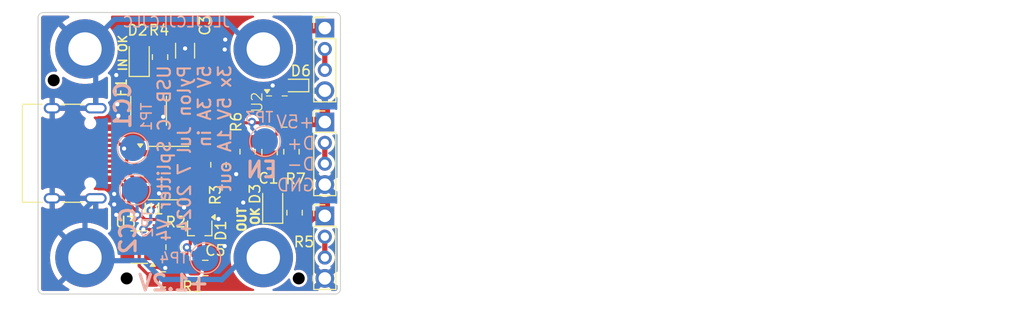
<source format=kicad_pcb>
(kicad_pcb (version 20240108) (generator "pcbnew") (generator_version "8.0")
  (layers (0 "F.Cu" signal) (31 "B.Cu" signal) (34 "B.Paste" user) (35 "F.Paste" user) (36 "B.SilkS" user "B.Silkscreen") (37 "F.SilkS" user "F.Silkscreen") (38 "B.Mask" user) (39 "F.Mask" user) (44 "Edge.Cuts" user))
  (net 0 "")
  (net 1 "GND")
  (net 2 "VBUS")
  (net 3 "+5V")
  (net 5 "CC1")
  (net 7 "CC2")
  (net 8 "+1V2")
  (net 9 "Net-(D2-A)")
  (net 10 "Net-(D3-A)")
  (net 11 "Net-(J3-Pin_2)")
  (net 12 "Net-(J4-Pin_2)")
  (net 13 "GNDPWR")
  (net 14 "Net-(J2-Pin_2)")
  (net 19 "Net-(U2-SENSE)")
  (net 20 "Net-(U2-Ilim)")
  (net 22 "V-UNFUSED")
  (net 24 "EN-OPEN-COL")
  (footprint "MountingHole:MountingHole_3.2mm_M3_ISO7380_Pad" (layer "F.Cu") (at 20.1 10)
    (property "Reference" "H4")
    (property "Value" "MountingHole_Pad")
    (pad "1" thru_hole circle (at 0 0) (size 5.7 5.7) (drill 3.2) (layers "*.Cu" "*.Mask") (net 13 "GNDPWR"))
  )
  (footprint "Fuse:Fuse_1812_4532Metric_Pad1.30x3.40mm_HandSolder" (layer "F.Cu") (at 9.1 -4.075 90)
    (property "Reference" "F1" (at 2.225 -2.6 -90) (layer "F.SilkS"))
    (property "Value" "1812L300MR")
    (fp_line (start -1.386252 -1.71) (end 1.386252 -1.71) (stroke (width 0.12)) (layer "F.SilkS"))
    (fp_line (start -1.386252 1.71) (end 1.386252 1.71) (stroke (width 0.12)) (layer "F.SilkS"))
    (pad "1" smd roundrect (at -2.225 0 90) (size 1.3 3.4) (layers "F.Cu" "F.Paste" "F.Mask") (roundrect_rratio 0.192308) (net 22 "V-UNFUSED"))
    (pad "2" smd roundrect (at 2.225 0 90) (size 1.3 3.4) (layers "F.Cu" "F.Paste" "F.Mask") (roundrect_rratio 0.192308) (net 2 "VBUS"))
  )
  (footprint "Package_TO_SOT_SMD:SOT-323_SC-70_Handsoldering" (layer "F.Cu") (at 14 7.17 -90)
    (property "Reference" "D1" (at 0.255 -2.025 90) (layer "F.SilkS"))
    (property "Value" "D_Zener")
    (fp_line (start -0.675 1.16) (end 0.735 1.16) (stroke (width 0.12)) (layer "F.SilkS"))
    (fp_line (start 0.735 0.5) (end 0.735 1.16) (stroke (width 0.12)) (layer "F.SilkS"))
    (fp_line (start -0.675 -1.17) (end 0.735 -1.17) (stroke (width 0.12)) (layer "F.SilkS"))
    (fp_line (start 0.735 -1.17) (end 0.735 -0.5) (stroke (width 0.12)) (layer "F.SilkS"))
    (fp_poly (pts (xy -1.045 -1.15) (xy -1.285 -1.48) (xy -0.805 -1.48) (xy -1.045 -1.15)) (stroke (width 0.12)) (fill solid) (layer "F.SilkS"))
    (pad "1" smd roundrect (at -1.33 -0.65 180) (size 0.45 1.5) (layers "F.Cu" "F.Paste" "F.Mask") (net 8 "+1V2"))
    (pad "2" smd roundrect (at -1.33 0.65 180) (size 0.45 1.5) (layers "F.Cu" "F.Paste" "F.Mask") (net 1 "GND"))
    (pad "3" smd roundrect (at 1.33 0 180) (size 0.45 1.5) (layers "F.Cu" "F.Paste" "F.Mask"))
  )
  (footprint "Resistor_SMD:R_0805_2012Metric_Pad1.20x1.40mm_HandSolder" (layer "F.Cu") (at 10.5 12.1)
    (property "Reference" "R1" (at 2.8 0.7 0) (layer "F.SilkS"))
    (property "Value" "5.1k")
    (fp_line (start -0.227064 -0.735) (end 0.227064 -0.735) (stroke (width 0.12)) (layer "F.SilkS"))
    (fp_line (start -0.227064 0.735) (end 0.227064 0.735) (stroke (width 0.12)) (layer "F.SilkS"))
    (pad "1" smd roundrect (at -1 0) (size 1.2 1.4) (layers "F.Cu" "F.Paste" "F.Mask") (roundrect_rratio 0.208333) (net 5 "CC1"))
    (pad "2" smd roundrect (at 1 0) (size 1.2 1.4) (layers "F.Cu" "F.Paste" "F.Mask") (roundrect_rratio 0.208333) (net 1 "GND"))
  )
  (footprint "Connector_PinHeader_2.00mm:PinHeader_1x04_P2.00mm_Vertical" (layer "F.Cu") (at 26 -3)
    (property "Reference" "J3")
    (property "Value" "Conn_01x04")
    (fp_line (start -1.06 -1.06) (end 0 -1.06) (stroke (width 0.12)) (layer "F.SilkS"))
    (fp_line (start -1.06 0) (end -1.06 -1.06) (stroke (width 0.12)) (layer "F.SilkS"))
    (fp_line (start -1.06 1) (end -1.06 7.06) (stroke (width 0.12)) (layer "F.SilkS"))
    (fp_line (start -1.06 1) (end 1.06 1) (stroke (width 0.12)) (layer "F.SilkS"))
    (fp_line (start -1.06 7.06) (end 1.06 7.06) (stroke (width 0.12)) (layer "F.SilkS"))
    (fp_line (start 1.06 1) (end 1.06 7.06) (stroke (width 0.12)) (layer "F.SilkS"))
    (pad "1" thru_hole rect (at 0 0) (size 1.8 1.8) (drill 1.2) (layers "*.Cu" "*.Mask") (net 3 "+5V"))
    (pad "2" thru_hole oval (at 0 2) (size 1.35 1.35) (drill 0.8) (layers "*.Cu" "*.Mask") (net 11 "Net-(J3-Pin_2)"))
    (pad "3" thru_hole oval (at 0 4) (size 1.35 1.35) (drill 0.8) (layers "*.Cu" "*.Mask") (net 11 "Net-(J3-Pin_2)"))
    (pad "4" thru_hole circle (at 0 6) (size 1.8 1.8) (drill 1.2) (layers "*.Cu" "*.Mask") (net 1 "GND"))
  )
  (footprint "MountingHole:MountingHole_3.2mm_M3_ISO7380_Pad" (layer "F.Cu") (at 3 10)
    (property "Reference" "H2")
    (property "Value" "MountingHole_Pad")
    (pad "1" thru_hole circle (at 0 0) (size 5.7 5.7) (drill 3.2) (layers "*.Cu" "*.Mask") (net 13 "GNDPWR"))
  )
  (footprint "Package_SO:SOIC-8_3.9x4.9mm_P1.27mm" (layer "F.Cu") (at 11 1.9)
    (property "Reference" "U1" (at -1.45 3.45 0) (layer "F.SilkS"))
    (property "Value" "LM393")
    (fp_line (start 0 -2.56) (end -1.95 -2.56) (stroke (width 0.12)) (layer "F.SilkS"))
    (fp_line (start 0 -2.56) (end 1.95 -2.56) (stroke (width 0.12)) (layer "F.SilkS"))
    (fp_line (start 0 2.56) (end -1.95 2.56) (stroke (width 0.12)) (layer "F.SilkS"))
    (fp_line (start 0 2.56) (end 1.95 2.56) (stroke (width 0.12)) (layer "F.SilkS"))
    (fp_poly (pts (xy -2.7 -2.465) (xy -2.94 -2.795) (xy -2.46 -2.795) (xy -2.7 -2.465)) (stroke (width 0.12)) (fill solid) (layer "F.SilkS"))
    (pad "1" smd roundrect (at -2.475 -1.905) (size 1.95 0.6) (layers "F.Cu" "F.Paste" "F.Mask") (net 24 "EN-OPEN-COL"))
    (pad "2" smd roundrect (at -2.475 -0.635) (size 1.95 0.6) (layers "F.Cu" "F.Paste" "F.Mask") (net 8 "+1V2"))
    (pad "3" smd roundrect (at -2.475 0.635) (size 1.95 0.6) (layers "F.Cu" "F.Paste" "F.Mask") (net 5 "CC1"))
    (pad "4" smd roundrect (at -2.475 1.905) (size 1.95 0.6) (layers "F.Cu" "F.Paste" "F.Mask") (net 1 "GND"))
    (pad "5" smd roundrect (at 2.475 1.905) (size 1.95 0.6) (layers "F.Cu" "F.Paste" "F.Mask") (net 7 "CC2"))
    (pad "6" smd roundrect (at 2.475 0.635) (size 1.95 0.6) (layers "F.Cu" "F.Paste" "F.Mask") (net 8 "+1V2"))
    (pad "7" smd roundrect (at 2.475 -0.635) (size 1.95 0.6) (layers "F.Cu" "F.Paste" "F.Mask") (net 24 "EN-OPEN-COL"))
    (pad "8" smd roundrect (at 2.475 -1.905) (size 1.95 0.6) (layers "F.Cu" "F.Paste" "F.Mask") (net 2 "VBUS"))
  )
  (footprint "Resistor_SMD:R_0805_2012Metric_Pad1.20x1.40mm_HandSolder" (layer "F.Cu") (at 15.8 1.1 -90)
    (property "Reference" "R3" (at 2.9 0.3 90) (layer "F.SilkS"))
    (property "Value" "4.7k")
    (fp_line (start -0.227064 0.735) (end 0.227064 0.735) (stroke (width 0.12)) (layer "F.SilkS"))
    (fp_line (start -0.227064 -0.735) (end 0.227064 -0.735) (stroke (width 0.12)) (layer "F.SilkS"))
    (pad "1" smd roundrect (at -1 0 270) (size 1.2 1.4) (layers "F.Cu" "F.Paste" "F.Mask") (roundrect_rratio 0.208333) (net 2 "VBUS"))
    (pad "2" smd roundrect (at 1 0 270) (size 1.2 1.4) (layers "F.Cu" "F.Paste" "F.Mask") (roundrect_rratio 0.208333) (net 8 "+1V2"))
  )
  (footprint "Resistor_SMD:R_0805_2012Metric_Pad1.20x1.40mm_HandSolder" (layer "F.Cu") (at 22.8 -0.15 -90)
    (property "Reference" "R7" (at 2.6 -0.4 360) (layer "F.SilkS"))
    (property "Value" "20k")
    (fp_line (start -0.227064 0.735) (end 0.227064 0.735) (stroke (width 0.12)) (layer "F.SilkS"))
    (fp_line (start -0.227064 -0.735) (end 0.227064 -0.735) (stroke (width 0.12)) (layer "F.SilkS"))
    (pad "1" smd roundrect (at -1 0 270) (size 1.2 1.4) (layers "F.Cu" "F.Paste" "F.Mask") (roundrect_rratio 0.208333) (net 20 "Net-(U2-Ilim)"))
    (pad "2" smd roundrect (at 1 0 270) (size 1.2 1.4) (layers "F.Cu" "F.Paste" "F.Mask") (roundrect_rratio 0.208333) (net 1 "GND"))
  )
  (footprint "Capacitor_SMD:C_1206_3216Metric_Pad1.33x1.80mm_HandSolder" (layer "F.Cu") (at 12.6 -9.8375 90)
    (property "Reference" "C3" (at 2.4125 1.9 90) (layer "F.SilkS"))
    (property "Value" "22uF")
    (fp_line (start -0.711252 -0.91) (end 0.711252 -0.91) (stroke (width 0.12)) (layer "F.SilkS"))
    (fp_line (start -0.711252 0.91) (end 0.711252 0.91) (stroke (width 0.12)) (layer "F.SilkS"))
    (pad "1" smd roundrect (at -1.5625 0 90) (size 1.325 1.8) (layers "F.Cu" "F.Paste" "F.Mask") (roundrect_rratio 0.188679) (net 2 "VBUS"))
    (pad "2" smd roundrect (at 1.5625 0 90) (size 1.325 1.8) (layers "F.Cu" "F.Paste" "F.Mask") (roundrect_rratio 0.188679) (net 1 "GND"))
  )
  (footprint "LED_SMD:LED_0805_2012Metric_Pad1.15x1.40mm_HandSolder" (layer "F.Cu") (at 8.2 -9.225 90)
    (property "Reference" "D2" (at 2.575 -0.15 0) (layer "F.SilkS"))
    (property "Value" "LED")
    (fp_line (start 1 -0.96) (end -1.86 -0.96) (stroke (width 0.12)) (layer "F.SilkS"))
    (fp_line (start -1.86 -0.96) (end -1.86 0.96) (stroke (width 0.12)) (layer "F.SilkS"))
    (fp_line (start -1.86 0.96) (end 1 0.96) (stroke (width 0.12)) (layer "F.SilkS"))
    (pad "1" smd roundrect (at -1.025 0 90) (size 1.15 1.4) (layers "F.Cu" "F.Paste" "F.Mask") (roundrect_rratio 0.217391) (net 1 "GND"))
    (pad "2" smd roundrect (at 1.025 0 90) (size 1.15 1.4) (layers "F.Cu" "F.Paste" "F.Mask") (roundrect_rratio 0.217391) (net 9 "Net-(D2-A)"))
  )
  (footprint "Capacitor_SMD:C_0805_2012Metric_Pad1.18x1.45mm_HandSolder" (layer "F.Cu") (at 14.5375 11)
    (property "Reference" "C5" (at 0.9625 -1.68 0) (layer "F.SilkS"))
    (property "Value" "100nF")
    (fp_line (start -0.261252 -0.735) (end 0.261252 -0.735) (stroke (width 0.12)) (layer "F.SilkS"))
    (fp_line (start -0.261252 0.735) (end 0.261252 0.735) (stroke (width 0.12)) (layer "F.SilkS"))
    (pad "1" smd roundrect (at -1.0375 0) (size 1.175 1.45) (layers "F.Cu" "F.Paste" "F.Mask") (roundrect_rratio 0.212766) (net 8 "+1V2"))
    (pad "2" smd roundrect (at 1.0375 0) (size 1.175 1.45) (layers "F.Cu" "F.Paste" "F.Mask") (roundrect_rratio 0.212766) (net 1 "GND"))
  )
  (footprint "LED_SMD:LED_0805_2012Metric_Pad1.15x1.40mm_HandSolder" (layer "F.Cu") (at 21 4.85 90)
    (property "Reference" "D3" (at 0.95 -1.7 -90) (layer "F.SilkS"))
    (property "Value" "LED")
    (fp_line (start 1 -0.96) (end -1.86 -0.96) (stroke (width 0.12)) (layer "F.SilkS"))
    (fp_line (start -1.86 -0.96) (end -1.86 0.96) (stroke (width 0.12)) (layer "F.SilkS"))
    (fp_line (start -1.86 0.96) (end 1 0.96) (stroke (width 0.12)) (layer "F.SilkS"))
    (pad "1" smd roundrect (at -1.025 0 90) (size 1.15 1.4) (layers "F.Cu" "F.Paste" "F.Mask") (roundrect_rratio 0.217391) (net 1 "GND"))
    (pad "2" smd roundrect (at 1.025 0 90) (size 1.15 1.4) (layers "F.Cu" "F.Paste" "F.Mask") (roundrect_rratio 0.217391) (net 10 "Net-(D3-A)"))
  )
  (footprint "Connector_PinHeader_2.00mm:PinHeader_1x04_P2.00mm_Vertical" (layer "F.Cu") (at 26 -12)
    (property "Reference" "J2")
    (property "Value" "Conn_01x04")
    (fp_line (start -1.06 -1.06) (end 0 -1.06) (stroke (width 0.12)) (layer "F.SilkS"))
    (fp_line (start -1.06 0) (end -1.06 -1.06) (stroke (width 0.12)) (layer "F.SilkS"))
    (fp_line (start -1.06 1) (end -1.06 7.06) (stroke (width 0.12)) (layer "F.SilkS"))
    (fp_line (start -1.06 1) (end 1.06 1) (stroke (width 0.12)) (layer "F.SilkS"))
    (fp_line (start -1.06 7.06) (end 1.06 7.06) (stroke (width 0.12)) (layer "F.SilkS"))
    (fp_line (start 1.06 1) (end 1.06 7.06) (stroke (width 0.12)) (layer "F.SilkS"))
    (pad "1" thru_hole rect (at 0 0) (size 1.8 1.8) (drill 1.2) (layers "*.Cu" "*.Mask") (net 3 "+5V"))
    (pad "2" thru_hole oval (at 0 2) (size 1.35 1.35) (drill 0.8) (layers "*.Cu" "*.Mask") (net 14 "Net-(J2-Pin_2)"))
    (pad "3" thru_hole oval (at 0 4) (size 1.35 1.35) (drill 0.8) (layers "*.Cu" "*.Mask") (net 14 "Net-(J2-Pin_2)"))
    (pad "4" thru_hole oval (at 0 6) (size 1.8 1.8) (drill 1.2) (layers "*.Cu" "*.Mask") (net 1 "GND"))
  )
  (footprint "USB-C-3-way-splitter-footprints:OnSemi-WQFN12-3x2mm_P0.5mm" (layer "F.Cu") (at 21.4 -4)
    (property "Reference" "U2" (at -1.9 -0.9 90) (layer "F.SilkS") (effects (font (thickness 0.1))))
    (property "Value" "~")
    (fp_line (start -1 -1.5) (end -0.5 -1.5) (stroke (width 0.1)) (layer "F.SilkS"))
    (fp_line (start -1 1.5) (end -0.5 1.5) (stroke (width 0.1)) (layer "F.SilkS"))
    (fp_line (start 1 -1.5) (end 0.5 -1.5) (stroke (width 0.1)) (layer "F.SilkS"))
    (fp_line (start 1 1.5) (end 0.5 1.5) (stroke (width 0.1)) (layer "F.SilkS"))
    (fp_poly (pts (xy -0.94 -1.77) (xy -1.18 -2.1) (xy -0.7 -2.1) (xy -0.94 -1.77)) (stroke (width 0.12)) (fill solid) (layer "F.SilkS"))
    (pad "1" smd roundrect (at -0.81 -1.075) (size 0.68 0.5) (layers "F.Cu" "F.Paste" "F.Mask") (net 2 "VBUS"))
    (pad "2" smd roundrect (at -0.81 -0.5) (size 0.68 0.35) (layers "F.Cu" "F.Paste" "F.Mask") (net 2 "VBUS"))
    (pad "3" smd roundrect (at -0.81 0) (size 0.68 0.35) (layers "F.Cu" "F.Paste" "F.Mask") (net 2 "VBUS"))
    (pad "4" smd roundrect (at -0.81 0.5) (size 0.68 0.35) (layers "F.Cu" "F.Paste" "F.Mask"))
    (pad "5" smd roundrect (at -0.81 1.075) (size 0.68 0.5) (layers "F.Cu" "F.Paste" "F.Mask") (net 24 "EN-OPEN-COL"))
    (pad "6" smd roundrect (at 0 1.1375) (size 0.35 1.025) (layers "F.Cu" "F.Paste" "F.Mask") (net 19 "Net-(U2-SENSE)"))
    (pad "7" smd roundrect (at 0.81 1.075) (size 0.68 0.5) (layers "F.Cu" "F.Paste" "F.Mask"))
    (pad "8" smd roundrect (at 0.81 0.5) (size 0.68 0.35) (layers "F.Cu" "F.Paste" "F.Mask") (net 20 "Net-(U2-Ilim)"))
    (pad "9" smd roundrect (at 0.81 0) (size 0.68 0.35) (layers "F.Cu" "F.Paste" "F.Mask") (net 3 "+5V"))
    (pad "10" smd roundrect (at 0.81 -0.5) (size 0.68 0.35) (layers "F.Cu" "F.Paste" "F.Mask") (net 3 "+5V"))
    (pad "11" smd roundrect (at 0.81 -1.075) (size 0.68 0.5) (layers "F.Cu" "F.Paste" "F.Mask") (net 3 "+5V"))
    (pad "12" smd roundrect (at 0 -1.1375) (size 0.35 1.025) (layers "F.Cu" "F.Paste" "F.Mask") (net 1 "GND"))
    (pad "13" smd roundrect (at 0 0) (size 0.35 0.95) (layers "F.Cu" "F.Paste" "F.Mask") (net 1 "GND"))
  )
  (footprint "Resistor_SMD:R_0805_2012Metric_Pad1.20x1.40mm_HandSolder" (layer "F.Cu") (at 18.6 -0.15 -90)
    (property "Reference" "R6" (at -2.85 1.1 90) (layer "F.SilkS"))
    (property "Value" "1K")
    (fp_line (start -0.227064 0.735) (end 0.227064 0.735) (stroke (width 0.12)) (layer "F.SilkS"))
    (fp_line (start -0.227064 -0.735) (end 0.227064 -0.735) (stroke (width 0.12)) (layer "F.SilkS"))
    (pad "1" smd roundrect (at -1 0 270) (size 1.2 1.4) (layers "F.Cu" "F.Paste" "F.Mask") (roundrect_rratio 0.208333) (net 19 "Net-(U2-SENSE)"))
    (pad "2" smd roundrect (at 1 0 270) (size 1.2 1.4) (layers "F.Cu" "F.Paste" "F.Mask") (roundrect_rratio 0.208333) (net 1 "GND"))
  )
  (footprint "Resistor_SMD:R_0805_2012Metric_Pad1.20x1.40mm_HandSolder" (layer "F.Cu") (at 23.1 5.7 90)
    (property "Reference" "R5" (at -2.8 0.9 0) (layer "F.SilkS"))
    (property "Value" "470")
    (fp_line (start -0.227064 -0.735) (end 0.227064 -0.735) (stroke (width 0.12)) (layer "F.SilkS"))
    (fp_line (start -0.227064 0.735) (end 0.227064 0.735) (stroke (width 0.12)) (layer "F.SilkS"))
    (pad "1" smd roundrect (at -1 0 90) (size 1.2 1.4) (layers "F.Cu" "F.Paste" "F.Mask") (roundrect_rratio 0.208333) (net 3 "+5V"))
    (pad "2" smd roundrect (at 1 0 90) (size 1.2 1.4) (layers "F.Cu" "F.Paste" "F.Mask") (roundrect_rratio 0.208333) (net 10 "Net-(D3-A)"))
  )
  (footprint "Capacitor_SMD:C_0805_2012Metric_Pad1.18x1.45mm_HandSolder" (layer "F.Cu") (at 20.7 -0.1125 -90)
    (property "Reference" "C1" (at 2.5125 0.1 180) (layer "F.SilkS"))
    (property "Value" "1uF")
    (fp_line (start -0.261252 0.735) (end 0.261252 0.735) (stroke (width 0.12)) (layer "F.SilkS"))
    (fp_line (start -0.261252 -0.735) (end 0.261252 -0.735) (stroke (width 0.12)) (layer "F.SilkS"))
    (pad "1" smd roundrect (at -1.0375 0 270) (size 1.175 1.45) (layers "F.Cu" "F.Paste" "F.Mask") (roundrect_rratio 0.212766) (net 19 "Net-(U2-SENSE)"))
    (pad "2" smd roundrect (at 1.0375 0 270) (size 1.175 1.45) (layers "F.Cu" "F.Paste" "F.Mask") (roundrect_rratio 0.212766) (net 1 "GND"))
  )
  (footprint "USB-C-3-way-splitter-footprints:JLCPCB-tooling-hole" (layer "F.Cu") (at 23.5 12)
    (property "Reference" "H7")
    (property "Value" "MountingHole")
    (pad "" np_thru_hole circle (at 0 0) (size 2.286 2.286) (drill 1.152) (layers "*.Mask") (clearance 0.148))
  )
  (footprint "USB-C-3-way-splitter-footprints:JLCPCB-tooling-hole" (layer "F.Cu") (at 7 12)
    (property "Reference" "H6")
    (property "Value" "MountingHole")
    (pad "" np_thru_hole circle (at 0 0) (size 2.286 2.286) (drill 1.152) (layers "*.Mask") (clearance 0.148))
  )
  (footprint "Resistor_SMD:R_0805_2012Metric_Pad1.20x1.40mm_HandSolder" (layer "F.Cu") (at 10.2 -9.225 90)
    (property "Reference" "R4" (at 2.575 -0.1 0) (layer "F.SilkS"))
    (property "Value" "470")
    (fp_line (start -0.227064 -0.735) (end 0.227064 -0.735) (stroke (width 0.12)) (layer "F.SilkS"))
    (fp_line (start -0.227064 0.735) (end 0.227064 0.735) (stroke (width 0.12)) (layer "F.SilkS"))
    (pad "1" smd roundrect (at -1 0 90) (size 1.2 1.4) (layers "F.Cu" "F.Paste" "F.Mask") (roundrect_rratio 0.208333) (net 2 "VBUS"))
    (pad "2" smd roundrect (at 1 0 90) (size 1.2 1.4) (layers "F.Cu" "F.Paste" "F.Mask") (roundrect_rratio 0.208333) (net 9 "Net-(D2-A)"))
  )
  (footprint "MountingHole:MountingHole_3.2mm_M3_ISO7380_Pad" (layer "F.Cu") (at 3 -10)
    (property "Reference" "H1")
    (property "Value" "MountingHole_Pad")
    (pad "1" thru_hole circle (at 0 0) (size 5.7 5.7) (drill 3.2) (layers "*.Cu" "*.Mask") (net 13 "GNDPWR"))
  )
  (footprint "Resistor_SMD:R_0805_2012Metric_Pad1.20x1.40mm_HandSolder" (layer "F.Cu") (at 11.5 9 -90)
    (property "Reference" "R2" (at -2.4 -0.2 180) (layer "F.SilkS"))
    (property "Value" "5.1k")
    (fp_line (start -0.227064 0.735) (end 0.227064 0.735) (stroke (width 0.12)) (layer "F.SilkS"))
    (fp_line (start -0.227064 -0.735) (end 0.227064 -0.735) (stroke (width 0.12)) (layer "F.SilkS"))
    (pad "1" smd roundrect (at -1 0 270) (size 1.2 1.4) (layers "F.Cu" "F.Paste" "F.Mask") (roundrect_rratio 0.208333) (net 7 "CC2"))
    (pad "2" smd roundrect (at 1 0 270) (size 1.2 1.4) (layers "F.Cu" "F.Paste" "F.Mask") (roundrect_rratio 0.208333) (net 1 "GND"))
  )
  (footprint "Diode_SMD:D_SOD-523" (layer "F.Cu") (at 23.2 -6.5 180)
    (property "Reference" "D6" (at -0.5 1.4 180) (layer "F.SilkS"))
    (property "Value" "D_Zener")
    (fp_line (start 0.7 0.6) (end -1.26 0.6) (stroke (width 0.12)) (layer "F.SilkS"))
    (fp_line (start 0.7 -0.6) (end -1.26 -0.6) (stroke (width 0.12)) (layer "F.SilkS"))
    (fp_line (start -1.26 -0.6) (end -1.26 0.6) (stroke (width 0.12)) (layer "F.SilkS"))
    (pad "1" smd roundrect (at -0.7 0) (size 0.6 0.7) (layers "F.Cu" "F.Paste" "F.Mask") (net 3 "+5V"))
    (pad "2" smd roundrect (at 0.7 0) (size 0.6 0.7) (layers "F.Cu" "F.Paste" "F.Mask") (net 1 "GND"))
  )
  (footprint "Package_TO_SOT_SMD:SOT-23-6" (layer "F.Cu") (at 8.2 9 180)
    (property "Reference" "U3" (at 1.3 2.4 180) (layer "F.SilkS"))
    (property "Value" "SRV05-4")
    (fp_line (start 0 1.56) (end 0.8 1.56) (stroke (width 0.12)) (layer "F.SilkS"))
    (fp_line (start 0 1.56) (end -0.8 1.56) (stroke (width 0.12)) (layer "F.SilkS"))
    (fp_line (start 0 -1.56) (end 0.8 -1.56) (stroke (width 0.12)) (layer "F.SilkS"))
    (fp_line (start 0 -1.56) (end -0.8 -1.56) (stroke (width 0.12)) (layer "F.SilkS"))
    (fp_poly (pts (xy -1.3 -1.51) (xy -1.54 -1.84) (xy -1.06 -1.84) (xy -1.3 -1.51)) (stroke (width 0.12)) (fill solid) (layer "F.SilkS"))
    (pad "1" smd roundrect (at -1.1375 -0.95 180) (size 1.325 0.6) (layers "F.Cu" "F.Paste" "F.Mask"))
    (pad "2" smd roundrect (at -1.1375 0 180) (size 1.325 0.6) (layers "F.Cu" "F.Paste" "F.Mask") (net 1 "GND"))
    (pad "3" smd roundrect (at -1.1375 0.95 180) (size 1.325 0.6) (layers "F.Cu" "F.Paste" "F.Mask") (net 5 "CC1"))
    (pad "4" smd roundrect (at 1.1375 0.95 180) (size 1.325 0.6) (layers "F.Cu" "F.Paste" "F.Mask") (net 7 "CC2"))
    (pad "5" smd roundrect (at 1.1375 0 180) (size 1.325 0.6) (layers "F.Cu" "F.Paste" "F.Mask") (net 22 "V-UNFUSED"))
    (pad "6" smd roundrect (at 1.1375 -0.95 180) (size 1.325 0.6) (layers "F.Cu" "F.Paste" "F.Mask"))
  )
  (footprint "Connector_USB:USB_C_Receptacle_HRO_TYPE-C-31-M-12" (layer "F.Cu") (at 0.9 0 -90)
    (property "Reference" "J1")
    (property "Value" "USB_C_Receptacle_USB2.0" (hide yes))
    (fp_line (start -4.7 3.9) (end 4.7 3.9) (stroke (width 0.12)) (layer "F.SilkS"))
    (fp_line (start -4.7 2) (end -4.7 3.9) (stroke (width 0.12)) (layer "F.SilkS"))
    (fp_line (start 4.7 2) (end 4.7 3.9) (stroke (width 0.12)) (layer "F.SilkS"))
    (fp_line (start -4.7 -1.9) (end -4.7 0.1) (stroke (width 0.12)) (layer "F.SilkS"))
    (fp_line (start 4.7 -1.9) (end 4.7 0.1) (stroke (width 0.12)) (layer "F.SilkS"))
    (pad "" np_thru_hole circle (at -2.89 -2.6 270) (size 0.65 0.65) (drill 0.65) (layers "*.Cu" "*.Mask"))
    (pad "" np_thru_hole circle (at 2.89 -2.6 270) (size 0.65 0.65) (drill 0.65) (layers "*.Cu" "*.Mask"))
    (pad "A1" smd rect (at -3.25 -4.045 270) (size 0.6 1.45) (layers "F.Cu" "F.Paste" "F.Mask") (net 1 "GND"))
    (pad "A4" smd rect (at -2.45 -4.045 270) (size 0.6 1.45) (layers "F.Cu" "F.Paste" "F.Mask") (net 22 "V-UNFUSED"))
    (pad "A5" smd rect (at -1.25 -4.045 270) (size 0.3 1.45) (layers "F.Cu" "F.Paste" "F.Mask") (net 5 "CC1"))
    (pad "A6" smd rect (at -0.25 -4.045 270) (size 0.3 1.45) (layers "F.Cu" "F.Paste" "F.Mask"))
    (pad "A7" smd rect (at 0.25 -4.045 270) (size 0.3 1.45) (layers "F.Cu" "F.Paste" "F.Mask"))
    (pad "A8" smd rect (at 1.25 -4.045 270) (size 0.3 1.45) (layers "F.Cu" "F.Paste" "F.Mask"))
    (pad "A9" smd rect (at 2.45 -4.045 270) (size 0.6 1.45) (layers "F.Cu" "F.Paste" "F.Mask") (net 22 "V-UNFUSED"))
    (pad "A12" smd rect (at 3.25 -4.045 270) (size 0.6 1.45) (layers "F.Cu" "F.Paste" "F.Mask") (net 1 "GND"))
    (pad "B1" smd rect (at 3.25 -4.045 270) (size 0.6 1.45) (layers "F.Cu" "F.Paste" "F.Mask") (net 1 "GND"))
    (pad "B4" smd rect (at 2.45 -4.045 270) (size 0.6 1.45) (layers "F.Cu" "F.Paste" "F.Mask") (net 22 "V-UNFUSED"))
    (pad "B5" smd rect (at 1.75 -4.045 270) (size 0.3 1.45) (layers "F.Cu" "F.Paste" "F.Mask") (net 7 "CC2"))
    (pad "B6" smd rect (at 0.75 -4.045 270) (size 0.3 1.45) (layers "F.Cu" "F.Paste" "F.Mask"))
    (pad "B7" smd rect (at -0.75 -4.045 270) (size 0.3 1.45) (layers "F.Cu" "F.Paste" "F.Mask"))
    (pad "B8" smd rect (at -1.75 -4.045 270) (size 0.3 1.45) (layers "F.Cu" "F.Paste" "F.Mask"))
    (pad "B9" smd rect (at -2.45 -4.045 270) (size 0.6 1.45) (layers "F.Cu" "F.Paste" "F.Mask") (net 22 "V-UNFUSED"))
    (pad "B12" smd rect (at -3.25 -4.045 270) (size 0.6 1.45) (layers "F.Cu" "F.Paste" "F.Mask") (net 1 "GND"))
    (pad "S1" thru_hole oval (at -4.32 -3.13 270) (size 1 2.1) (drill oval 0.6 1.7) (layers "*.Cu" "*.Mask") (net 13 "GNDPWR"))
    (pad "S1" thru_hole oval (at -4.32 1.05 270) (size 1 1.6) (drill oval 0.6 1.2) (layers "*.Cu" "*.Mask") (net 13 "GNDPWR"))
    (pad "S1" thru_hole oval (at 4.32 -3.13 270) (size 1 2.1) (drill oval 0.6 1.7) (layers "*.Cu" "*.Mask") (net 13 "GNDPWR"))
    (pad "S1" thru_hole oval (at 4.32 1.05 270) (size 1 1.6) (drill oval 0.6 1.2) (layers "*.Cu" "*.Mask") (net 13 "GNDPWR"))
  )
  (footprint "MountingHole:MountingHole_3.2mm_M3_ISO7380_Pad" (layer "F.Cu") (at 20.1 -10)
    (property "Reference" "H3")
    (property "Value" "MountingHole_Pad")
    (pad "1" thru_hole circle (at 0 0) (size 5.7 5.7) (drill 3.2) (layers "*.Cu" "*.Mask") (net 13 "GNDPWR"))
  )
  (footprint "Connector_PinHeader_2.00mm:PinHeader_1x04_P2.00mm_Vertical" (layer "F.Cu") (at 26 6)
    (property "Reference" "J4")
    (property "Value" "Conn_01x04")
    (fp_line (start -1.06 -1.06) (end 0 -1.06) (stroke (width 0.12)) (layer "F.SilkS"))
    (fp_line (start -1.06 0) (end -1.06 -1.06) (stroke (width 0.12)) (layer "F.SilkS"))
    (fp_line (start -1.06 1) (end -1.06 7.06) (stroke (width 0.12)) (layer "F.SilkS"))
    (fp_line (start -1.06 1) (end 1.06 1) (stroke (width 0.12)) (layer "F.SilkS"))
    (fp_line (start -1.06 7.06) (end 1.06 7.06) (stroke (width 0.12)) (layer "F.SilkS"))
    (fp_line (start 1.06 1) (end 1.06 7.06) (stroke (width 0.12)) (layer "F.SilkS"))
    (pad "1" thru_hole rect (at 0 0) (size 1.8 1.8) (drill 1.2) (layers "*.Cu" "*.Mask") (net 3 "+5V"))
    (pad "2" thru_hole oval (at 0 2) (size 1.35 1.35) (drill 0.8) (layers "*.Cu" "*.Mask") (net 12 "Net-(J4-Pin_2)"))
    (pad "3" thru_hole oval (at 0 4) (size 1.35 1.35) (drill 0.8) (layers "*.Cu" "*.Mask") (net 12 "Net-(J4-Pin_2)"))
    (pad "4" thru_hole circle (at 0 6) (size 1.8 1.8) (drill 1.2) (layers "*.Cu" "*.Mask") (net 1 "GND"))
  )
  (footprint "USB-C-3-way-splitter-footprints:JLCPCB-tooling-hole" (layer "F.Cu") (at 0 -7)
    (property "Reference" "H5")
    (property "Value" "MountingHole")
    (pad "" np_thru_hole circle (at 0 0) (size 2.286 2.286) (drill 1.152) (layers "*.Mask") (clearance 0.148))
  )
  (footprint "TestPoint:TestPoint_Pad_D2.5mm" (layer "B.Cu") (at 14.55 10.05 180)
    (property "Reference" "TP4" (at 3.05 0 180) (layer "B.SilkS") (effects (justify mirror)))
    (property "Value" "TestPoint")
    (fp_circle (center 0 0) (end 0 -1.45) (stroke (width 0.12)) (fill none) (layer "B.SilkS"))
    (pad "1" smd circle (at 0 0 180) (size 2.5 2.5) (layers "B.Cu" "B.Mask") (net 8 "+1V2"))
  )
  (footprint "TestPoint:TestPoint_Pad_D2.5mm" (layer "B.Cu") (at 7.8 3.5 180)
    (property "Reference" "TP2" (at -1.2 -3.25 -90) (layer "B.SilkS") (effects (justify mirror)))
    (property "Value" "TestPoint")
    (fp_circle (center 0 0) (end 0 -1.45) (stroke (width 0.12)) (fill none) (layer "B.SilkS"))
    (pad "1" smd circle (at 0 0 180) (size 2.5 2.5) (layers "B.Cu" "B.Mask") (net 7 "CC2"))
  )
  (footprint "TestPoint:TestPoint_Pad_D2.5mm" (layer "B.Cu") (at 20.25 -1.15 180)
    (property "Reference" "TP3" (at 0.55 2.3 180) (layer "B.SilkS") (effects (justify mirror)))
    (property "Value" "TestPoint")
    (fp_circle (center 0 0) (end 0 -1.45) (stroke (width 0.12)) (fill none) (layer "B.SilkS"))
    (pad "1" smd circle (at 0 0 180) (size 2.5 2.5) (layers "B.Cu" "B.Mask") (net 24 "EN-OPEN-COL"))
  )
  (footprint "TestPoint:TestPoint_Pad_D2.5mm" (layer "B.Cu") (at 7.6 -0.5 180)
    (property "Reference" "TP1" (at -1.3 3 -90) (layer "B.SilkS") (effects (justify mirror)))
    (property "Value" "TestPoint")
    (fp_circle (center 0 0) (end 0 -1.45) (stroke (width 0.12)) (fill none) (layer "B.SilkS"))
    (pad "1" smd circle (at 0 0 180) (size 2.5 2.5) (layers "B.Cu" "B.Mask") (net 5 "CC1"))
  )
  (gr_line (start 27 -13.5) (end -1 -13.5) (stroke (width 0.1)) (layer "Edge.Cuts"))
  (gr_line (start 27.5 -13) (end 27.5 13) (stroke (width 0.1)) (layer "Edge.Cuts"))
  (gr_arc (start 27 -13.5) (mid 27.353553 -13.353553) (end 27.5 -13) (stroke (width 0.1)) (layer "Edge.Cuts"))
  (gr_line (start 27 13.5) (end -1 13.5) (stroke (width 0.1)) (layer "Edge.Cuts"))
  (gr_arc (start -1 13.5) (mid -1.353553 13.353553) (end -1.5 13) (stroke (width 0.1)) (layer "Edge.Cuts"))
  (gr_line (start -1.5 -13) (end -1.5 13) (stroke (width 0.1)) (layer "Edge.Cuts"))
  (gr_arc (start -1.5 -13) (mid -1.353553 -13.353553) (end -1 -13.5) (stroke (width 0.1)) (layer "Edge.Cuts"))
  (gr_arc (start 27.5 13) (mid 27.353553 13.353553) (end 27 13.5) (stroke (width 0.1)) (layer "Edge.Cuts"))
  (gr_text "+5V" (at 25.1 -2.3 0) (layer "B.SilkS") (effects (font (size 1.2 1.2)) (justify left bottom mirror)))
  (gr_text "EN" (at 21.6 2.45 0) (layer "B.SilkS") (effects (font (size 1.5 1.5) (thickness 0.3) (bold yes)) (justify left bottom mirror)))
  (gr_text "CC1" (at 7.5 -7 90) (layer "B.SilkS") (effects (font (size 1.5 1.5) (thickness 0.3) (bold yes)) (justify left bottom mirror)))
  (gr_text "JLCJLCJLCJLC" (at 17 -12 0) (layer "B.SilkS") (effects (font (size 1 1)) (justify left bottom mirror)))
  (gr_text "USB-C Splitter V4\nPylon Jul 7 2024\n5V 3A in\n3x 5V 1A out" (at 17.1 -8.55 90) (layer "B.SilkS") (effects (font (size 1.2 1.2) (thickness 0.2) (bold yes)) (justify left bottom mirror)))
  (gr_text "CC2" (at 8 5 90) (layer "B.SilkS") (effects (font (size 1.5 1.5) (thickness 0.3) (bold yes)) (justify left bottom mirror)))
  (gr_text "+1.2V" (at 15.05 13.3 0) (layer "B.SilkS") (effects (font (size 1.5 1.5) (thickness 0.3) (bold yes)) (justify left bottom mirror)))
  (gr_text "D+" (at 25.15 -0.25 0) (layer "B.SilkS") (effects (font (size 1.2 1.2)) (justify left bottom mirror)))
  (gr_text "D-" (at 25.15 1.75 0) (layer "B.SilkS") (effects (font (size 1.2 1.2)) (justify left bottom mirror)))
  (gr_text "GND" (at 25.15 3.75 0) (layer "B.SilkS") (effects (font (size 1.2 1.2)) (justify left bottom mirror)))
  (gr_text "IN OK" (at 7.1 -7.775 90) (layer "F.SilkS") (effects (font (size 0.8 0.8) (thickness 0.16) (bold yes)) (justify left bottom)))
  (gr_text "OUT\n OK" (at 19.8 5.075 90) (layer "F.SilkS") (effects (font (size 0.8 0.8) (thickness 0.2) (bold yes)) (justify right bottom)))
  (segment (start 8.525 3.805) (end 10.055 3.805) (width 0.5) (layer "F.Cu") (net 1))
  (segment (start 10.055 3.805) (end 10.1 3.85) (width 0.5) (layer "F.Cu") (net 1))
  (via (at 10.1 3.85) (size 0.8) (drill 0.4) (layers "F.Cu" "B.Cu") (net 1))
  (via (at 16.4 -9.95) (size 0.8) (drill 0.4) (layers "F.Cu" "B.Cu") (net 1))
  (via (at 21 -6.5) (size 0.8) (drill 0.4) (layers "F.Cu" "B.Cu") (net 1))
  (via (at 16.45 -10.9) (size 0.8) (drill 0.4) (layers "F.Cu" "B.Cu") (net 1))
  (via (at 12.6 -10.05) (size 0.8) (drill 0.4) (layers "F.Cu" "B.Cu") (net 1))
  (via (at 6.2 -3.6) (size 0.8) (drill 0.4) (layers "F.Cu" "B.Cu") (net 1))
  (via (at 15.8 6.3) (size 0.8) (drill 0.4) (layers "F.Cu" "B.Cu") (net 1))
  (via (at 18.175 4.725) (size 0.8) (drill 0.4) (layers "F.Cu" "B.Cu") (net 1))
  (via (at 17.5 2) (size 0.8) (drill 0.4) (layers "F.Cu" "B.Cu") (net 1))
  (via (at 5.8 4.9) (size 0.8) (drill 0.4) (layers "F.Cu" "B.Cu") (net 1))
  (via (at 12.5 5.2) (size 0.8) (drill 0.4) (layers "F.Cu" "B.Cu") (net 1))
  (via (at 16.4 8.9) (size 0.8) (drill 0.4) (layers "F.Cu" "B.Cu") (net 1))
  (via (at 10.7 11) (size 0.8) (drill 0.4) (layers "F.Cu" "B.Cu") (net 1))
  (via (at 5.8 3.9) (size 0.8) (drill 0.4) (layers "F.Cu" "B.Cu") (net 1))
  (via (at 10.5 -3.5) (size 0.8) (drill 0.4) (layers "F.Cu" "B.Cu") (net 1))
  (via (at 6.1 -4.7) (size 0.8) (drill 0.4) (layers "F.Cu" "B.Cu") (net 1))
  (via (at 6 -7.5) (size 0.8) (drill 0.4) (layers "F.Cu" "B.Cu") (net 1))
  (via (at 6 5.9) (size 0.8) (drill 0.4) (layers "F.Cu" "B.Cu") (net 1))
  (segment (start 13.58 0.1) (end 13.475 -0.005) (width 0.5) (layer "F.Cu") (net 2))
  (segment (start 15.8 0.1) (end 13.58 0.1) (width 0.5) (layer "F.Cu") (net 2))
  (segment (start 25.15 6) (end 26 6) (width 0.5) (layer "F.Cu") (net 3))
  (segment (start 23.1 6.7) (end 24.45 6.7) (width 0.5) (layer "F.Cu") (net 3))
  (segment (start 24.45 6.7) (end 25.15 6) (width 0.5) (layer "F.Cu") (net 3))
  (segment (start 26.0375 6.0625) (end 26.1 6) (width 1) (layer "F.Cu") (net 3))
  (segment (start 6.75 -0.45) (end 6.77 -0.45) (width 0.3) (layer "F.Cu") (net 5))
  (segment (start 10.175 4.625) (end 9.3 5.5) (width 0.3) (layer "F.Cu") (net 5))
  (segment (start 9.3 7.4) (end 9.3 8.0125) (width 0.3) (layer "F.Cu") (net 5))
  (segment (start 9.5 12.1) (end 8.2 10.8) (width 0.3) (layer "F.Cu") (net 5))
  (segment (start 6.75 -0.47) (end 6.75 -0.45) (width 0.3) (layer "F.Cu") (net 5))
  (segment (start 4.945 -1.25) (end 5.97 -1.25) (width 0.3) (layer "F.Cu") (net 5))
  (segment (start 5.97 -1.25) (end 6.75 -0.47) (width 0.3) (layer "F.Cu") (net 5))
  (segment (start 8.6 7.3) (end 9.2 7.3) (width 0.3) (layer "F.Cu") (net 5))
  (segment (start 8.2 10.8) (end 8.2 8.5) (width 0.3) (layer "F.Cu") (net 5))
  (segment (start 7.835 2.535) (end 8.525 2.535) (width 0.3) (layer "F.Cu") (net 5))
  (segment (start 10.625 4.625) (end 10.175 4.625) (width 0.3) (layer "F.Cu") (net 5))
  (segment (start 8.65 8.05) (end 9.3375 8.05) (width 0.3) (layer "F.Cu") (net 5))
  (segment (start 10.185 2.535) (end 11 3.35) (width 0.3) (layer "F.Cu") (net 5))
  (segment (start 11 4.25) (end 10.625 4.625) (width 0.3) (layer "F.Cu") (net 5))
  (segment (start 9.2 7.3) (end 9.3 7.4) (width 0.3) (layer "F.Cu") (net 5))
  (segment (start 8.525 2.535) (end 10.185 2.535) (width 0.3) (layer "F.Cu") (net 5))
  (segment (start 11 3.35) (end 11 4.25) (width 0.3) (layer "F.Cu") (net 5))
  (segment (start 7 1.7) (end 7.835 2.535) (width 0.3) (layer "F.Cu") (net 5))
  (segment (start 9.3 8.0125) (end 9.3375 8.05) (width 0.3) (layer "F.Cu") (net 5))
  (segment (start 6.77 -0.45) (end 7 -0.22) (width 0.3) (layer "F.Cu") (net 5))
  (segment (start 7 -0.22) (end 7 1.7) (width 0.3) (layer "F.Cu") (net 5))
  (segment (start 8.2 8.5) (end 8.65 8.05) (width 0.3) (layer "F.Cu") (net 5))
  (via (at 9.3 5.5) (size 0.8) (drill 0.4) (layers "F.Cu" "B.Cu") (net 5))
  (via (at 6.75 -0.45) (size 0.8) (drill 0.4) (layers "F.Cu" "B.Cu") (net 5))
  (via (at 8.6 7.3) (size 0.8) (drill 0.4) (layers "F.Cu" "B.Cu") (net 5))
  (segment (start 9.3 5.5) (end 9.3 6.6) (width 0.3) (layer "B.Cu") (net 5))
  (segment (start 9.3 6.6) (end 8.6 7.3) (width 0.3) (layer "B.Cu") (net 5))
  (segment (start 10.6 5.6) (end 9.85 6.35) (width 0.3) (layer "F.Cu") (net 7))
  (segment (start 8.3 5.9) (end 8.75 6.35) (width 0.3) (layer "F.Cu") (net 7))
  (segment (start 8 6.2) (end 8 5.9) (width 0.3) (layer "F.Cu") (net 7))
  (segment (start 11.5 8) (end 9.85 6.35) (width 0.3) (layer "F.Cu") (net 7))
  (segment (start 11.55 5.6) (end 10.6 5.6) (width 0.3) (layer "F.Cu") (net 7))
  (segment (start 7.3 4.9) (end 8.3 5.9) (width 0.3) (layer "F.Cu") (net 7))
  (segment (start 7.3 4.9) (end 7.2 4.8) (width 0.3) (layer "F.Cu") (net 7))
  (segment (start 7.0625 8.05) (end 7.0625 7.1375) (width 0.3) (layer "F.Cu") (net 7))
  (segment (start 11.55 4.5) (end 12.245 3.805) (width 0.3) (layer "F.Cu") (net 7))
  (segment (start 7.0625 7.1375) (end 8 6.2) (width 0.3) (layer "F.Cu") (net 7))
  (segment (start 6.95 2.75) (end 5.95 1.75) (width 0.3) (layer "F.Cu") (net 7))
  (segment (start 7.2 4.8) (end 7.2 3) (width 0.3) (layer "F.Cu") (net 7))
  (segment (start 12.245 3.805) (end 13.475 3.805) (width 0.3) (layer "F.Cu") (net 7))
  (segment (start 5.95 1.75) (end 4.945 1.75) (width 0.3) (layer "F.Cu") (net 7))
  (segment (start 8 5.9) (end 8.3 5.9) (width 0.3) (layer "F.Cu") (net 7))
  (segment (start 11.55 5.6) (end 11.55 4.5) (width 0.3) (layer "F.Cu") (net 7))
  (segment (start 7.2 3) (end 6.95 2.75) (width 0.3) (layer "F.Cu") (net 7))
  (segment (start 8.3 5.9) (end 8.3 5.9) (width 0.3) (layer "F.Cu") (net 7))
  (segment (start 8.75 6.35) (end 9.85 6.35) (width 0.3) (layer "F.Cu") (net 7))
  (via (at 8 5.9) (size 0.8) (drill 0.4) (layers "F.Cu" "B.Cu") (net 7))
  (segment (start 8 3.7) (end 7.8 3.5) (width 0.3) (layer "B.Cu") (net 7))
  (segment (start 8 5.9) (end 8 3.7) (width 0.3) (layer "B.Cu") (net 7))
  (segment (start 14.835 2.535) (end 15.2 2.9) (width 0.5) (layer "F.Cu") (net 8))
  (segment (start 11.735 2.535) (end 13.475 2.535) (width 0.5) (layer "F.Cu") (net 8))
  (segment (start 15.8 2.3) (end 15.2 2.9) (width 0.5) (layer "F.Cu") (net 8))
  (segment (start 13.1 8.7) (end 13.1 7.75) (width 0.3) (layer "F.Cu") (net 8))
  (segment (start 14.3 7.05) (end 14.65 6.7) (width 0.3) (layer "F.Cu") (net 8))
  (segment (start 13.475 2.535) (end 14.835 2.535) (width 0.5) (layer "F.Cu") (net 8))
  (segment (start 15.3 3) (end 15.3 5.19) (width 0.5) (layer "F.Cu") (net 8))
  (segment (start 15.8 2.1) (end 15.8 2.3) (width 0.5) (layer "F.Cu") (net 8))
  (segment (start 12.775 10.275) (end 13.5 11) (width 0.3) (layer "F.Cu") (net 8))
  (segment (start 12.775 9.025) (end 13.1 8.7) (width 0.3) (layer "F.Cu") (net 8))
  (segment (start 10.465 1.265) (end 11.735 2.535) (width 0.5) (layer "F.Cu") (net 8))
  (segment (start 13.1 7.75) (end 13.8 7.05) (width 0.3) (layer "F.Cu") (net 8))
  (segment (start 15.3 5.19) (end 14.65 5.84) (width 0.5) (layer "F.Cu") (net 8))
  (segment (start 12.775 9.025) (end 12.775 10.275) (width 0.3) (layer "F.Cu") (net 8))
  (segment (start 15.2 2.9) (end 15.3 3) (width 0.5) (layer "F.Cu") (net 8))
  (segment (start 14.65 6.7) (end 14.65 5.84) (width 0.3) (layer "F.Cu") (net 8))
  (segment (start 13.8 7.05) (end 14.3 7.05) (width 0.3) (layer "F.Cu") (net 8))
  (segment (start 8.525 1.265) (end 10.465 1.265) (width 0.5) (layer "F.Cu") (net 8))
  (via (at 12.775 9.025) (size 0.8) (drill 0.4) (layers "F.Cu" "B.Cu") (net 8))
  (segment (start 13.8 10.05) (end 12.775 9.025) (width 0.3) (layer "B.Cu") (net 8))
  (segment (start 14.55 10.05) (end 13.8 10.05) (width 0.3) (layer "B.Cu") (net 8))
  (segment (start 10.175 -10.25) (end 10.2 -10.225) (width 1) (layer "F.Cu") (net 9))
  (segment (start 8.1 -10.25) (end 10.175 -10.25) (width 1) (layer "F.Cu") (net 9))
  (segment (start 23.1 4.7) (end 21.875 4.7) (width 0.5) (layer "F.Cu") (net 10))
  (segment (start 21.875 4.7) (end 21 3.825) (width 0.5) (layer "F.Cu") (net 10))
  (segment (start 26 1) (end 26 -1) (width 0.5) (layer "F.Cu") (net 11))
  (segment (start 26 8) (end 26 10) (width 0.5) (layer "F.Cu") (net 12))
  (segment (start 4.62 -4.32) (end 4.03 -4.32) (width 0.6) (layer "B.Cu") (net 13))
  (segment (start 3 10) (end 3.3024 10.3024) (width 0.5) (layer "B.Cu") (net 13))
  (segment (start 16.35 -12.85) (end 19.2 -10) (width 0.5) (layer "B.Cu") (net 13))
  (segment (start 5.85 -12.85) (end 16.35 -12.85) (width 0.5) (layer "B.Cu") (net 13))
  (segment (start 3 5.35) (end 4.03 4.32) (width 0.5) (layer "B.Cu") (net 13))
  (segment (start 4.03 -4.32) (end 4.03 -8.97) (width 0.5) (layer "B.Cu") (net 13))
  (segment (start 10.4 12.1) (end 16.05 12.1) (width 0.5) (layer "B.Cu") (net 13))
  (segment (start 8.6024 10.3024) (end 10.4 12.1) (width 0.5) (layer "B.Cu") (net 13))
  (segment (start 16.1 12.15) (end 18.25 10) (width 0.5) (layer "B.Cu") (net 13))
  (segment (start 3 10) (end 3 5.35) (width 0.5) (layer "B.Cu") (net 13))
  (segment (start 19.2 -10) (end 20.1 -10) (width 0.5) (layer "B.Cu") (net 13))
  (segment (start 3 -10) (end 5.85 -12.85) (width 0.5) (layer "B.Cu") (net 13))
  (segment (start 4.03 4.32) (end 4.62 4.32) (width 0.6) (layer "B.Cu") (net 13))
  (segment (start 18.25 10) (end 20.1 10) (width 0.5) (layer "B.Cu") (net 13))
  (segment (start 16.05 12.1) (end 16.1 12.15) (width 0.5) (layer "B.Cu") (net 13))
  (segment (start 4.03 -8.97) (end 3 -10) (width 0.5) (layer "B.Cu") (net 13))
  (segment (start 3.3024 10.3024) (end 8.6024 10.3024) (width 0.5) (layer "B.Cu") (net 13))
  (segment (start 26 -10) (end 26 -8) (width 0.5) (layer "F.Cu") (net 14))
  (segment (start 21.4 -2.8625) (end 21.4 -1.85) (width 0.3) (layer "F.Cu") (net 19))
  (segment (start 21.4 -1.85) (end 20.7 -1.15) (width 0.3) (layer "F.Cu") (net 19))
  (segment (start 18.6 -1.15) (end 20.7 -1.15) (width 0.5) (layer "F.Cu") (net 19))
  (segment (start 23 -3.35) (end 23 -1.35) (width 0.3) (layer "F.Cu") (net 20))
  (segment (start 23 -1.35) (end 22.8 -1.15) (width 0.3) (layer "F.Cu") (net 20))
  (segment (start 22.85 -3.5) (end 23 -3.35) (width 0.3) (layer "F.Cu") (net 20))
  (segment (start 22.21 -3.5) (end 22.85 -3.5) (width 0.3) (layer "F.Cu") (net 20))
  (segment (start 3.75 -2.002972) (end 4.197028 -2.45) (width 0.45) (layer "F.Cu") (net 22))
  (segment (start 7 5.6) (end 6.7 5.3) (width 0.3) (layer "F.Cu") (net 22))
  (segment (start 4.197028 -2.45) (end 4.945 -2.45) (width 0.45) (layer "F.Cu") (net 22))
  (segment (start 4.197028 2.45) (end 3.75 2.002972) (width 0.45) (layer "F.Cu") (net 22))
  (segment (start 6.7 3.13979) (end 6.01021 2.45) (width 0.3) (layer "F.Cu") (net 22))
  (segment (start 6.458167 9) (end 5.929083 8.470917) (width 0.3) (layer "F.Cu") (net 22))
  (segment (start 6.7 5.3) (end 6.7 3.13979) (width 0.3) (layer "F.Cu") (net 22))
  (segment (start 5.929083 8.470917) (end 5.929083 7.370917) (width 0.3) (layer "F.Cu") (net 22))
  (segment (start 7.0625 9) (end 6.458167 9) (width 0.3) (layer "F.Cu") (net 22))
  (segment (start 6.05 -2.45) (end 4.945 -2.45) (width 0.6) (layer "F.Cu") (net 22))
  (segment (start 3.75 2.002972) (end 3.75 -2.002972) (width 0.45) (layer "F.Cu") (net 22))
  (segment (start 6.01021 2.45) (end 4.945 2.45) (width 0.3) (layer "F.Cu") (net 22))
  (segment (start 7 6.3) (end 7 5.6) (width 0.3) (layer "F.Cu") (net 22))
  (segment (start 9.2 -1.85) (end 6.65 -1.85) (width 0.6) (layer "F.Cu") (net 22))
  (segment (start 6.65 -1.85) (end 6.05 -2.45) (width 0.6) (layer "F.Cu") (net 22))
  (segment (start 5.929083 7.370917) (end 7 6.3) (width 0.3) (layer "F.Cu") (net 22))
  (segment (start 4.945 2.45) (end 4.197028 2.45) (width 0.45) (layer "F.Cu") (net 22))
  (segment (start 18.2 -2.925) (end 17.225 -1.95) (width 0.3) (layer "F.Cu") (net 24))
  (segment (start 19.075 -2.925) (end 19 -3) (width 0.3) (layer "F.Cu") (net 24))
  (segment (start 10.82 -0.005) (end 12.09 1.265) (width 0.5) (layer "F.Cu") (net 24))
  (segment (start 12.09 1.265) (end 13.475 1.265) (width 0.5) (layer "F.Cu") (net 24))
  (segment (start 8.525 -0.005) (end 10.82 -0.005) (width 0.5) (layer "F.Cu") (net 24))
  (segment (start 19 -3) (end 18.925 -2.925) (width 0.3) (layer "F.Cu") (net 24))
  (segment (start 18.925 -2.925) (end 18.2 -2.925) (width 0.3) (layer "F.Cu") (net 24))
  (segment (start 20.59 -2.925) (end 19.075 -2.925) (width 0.3) (layer "F.Cu") (net 24))
  (segment (start 13.615 1.125) (end 13.475 1.265) (width 0.3) (layer "F.Cu") (net 24))
  (segment (start 17.225 0.475) (end 16.575 1.125) (width 0.3) (layer "F.Cu") (net 24))
  (segment (start 16.575 1.125) (end 13.615 1.125) (width 0.3) (layer "F.Cu") (net 24))
  (segment (start 17.225 -1.95) (end 17.225 0.475) (width 0.3) (layer "F.Cu") (net 24))
  (via (at 19 -3) (size 0.8) (drill 0.4) (layers "F.Cu" "B.Cu") (net 24))
  (segment (start 19 -2.4) (end 20.25 -1.15) (width 0.3) (layer "B.Cu") (net 24))
  (segment (start 19 -3) (end 19 -2.4) (width 0.3) (layer "B.Cu") (net 24))
  (zone (net 3) (net_name "+5V") (layer "F.Cu") (priority 1) (connect_pads thru_hole_only (clearance 0.3)) (min_thickness 0.25) (fill yes (thermal_gap 0.5) (thermal_bridge_width 1))
    (polygon (pts (xy 27.1 -13) (xy 24.1 -13) (xy 24.1 -6.5) (xy 21.6 -6.5) (xy 21.6 -0.5) (xy 24.1 -0.5) (xy 24.1 7) (xy 27.1 7)))
  )
  (zone (net 2) (net_name "VBUS") (layer "F.Cu") (priority 4) (connect_pads thru_hole_only (clearance 0.3)) (min_thickness 0.25) (fill yes (thermal_gap 0.5) (thermal_bridge_width 0.5))
    (polygon (pts (xy 21 -5.5) (xy 21 -3.5) (xy 18 -3.5) (xy 16.5 -2) (xy 16.5 0.5) (xy 11.5 0.5) (xy 11.5 -5) (xy 7.5 -5) (xy 7.5 -9) (xy 15 -9) (xy 18.5 -6.5)))
  )
  (zone (net 13) (net_name "GNDPWR") (layers "F&B.Cu") (priority 2) (connect_pads thru_hole_only (clearance 0.2)) (min_thickness 0.25) (fill yes (thermal_gap 0.5) (thermal_bridge_width 0.5))
    (polygon (pts (xy -1.2 -13.9) (xy 5.2 -13.9) (xy 5.2 13.7) (xy -1.2 13.7)))
  )
  (zone (net 1) (net_name "GND") (layers "F&B.Cu") (priority 1) (connect_pads thru_hole_only (clearance 0.3)) (min_thickness 0.2) (fill yes (thermal_gap 0.3) (thermal_bridge_width 0.6) (smoothing fillet) (radius 1))
    (polygon (pts (xy -1.5 -13.5) (xy 27.5 -13.5) (xy 27.5 13.5) (xy -1.5 13.5)))
  )
)
</source>
